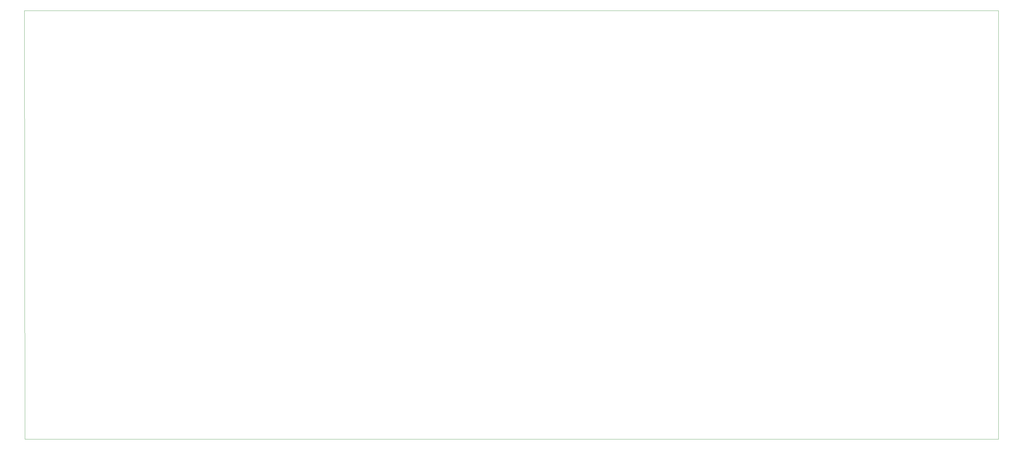
<source format=gm1>
%TF.GenerationSoftware,KiCad,Pcbnew,(5.1.7)-1*%
%TF.CreationDate,2021-03-15T08:37:38+01:00*%
%TF.ProjectId,SuperCap Small,53757065-7243-4617-9020-536d616c6c2e,rev?*%
%TF.SameCoordinates,Original*%
%TF.FileFunction,Profile,NP*%
%FSLAX46Y46*%
G04 Gerber Fmt 4.6, Leading zero omitted, Abs format (unit mm)*
G04 Created by KiCad (PCBNEW (5.1.7)-1) date 2021-03-15 08:37:38*
%MOMM*%
%LPD*%
G01*
G04 APERTURE LIST*
%TA.AperFunction,Profile*%
%ADD10C,0.050000*%
%TD*%
G04 APERTURE END LIST*
D10*
X406850000Y-62450000D02*
X111650000Y-62450000D01*
X406860000Y-192400000D02*
X406850000Y-62450000D01*
X111760000Y-192400000D02*
X406860000Y-192400000D01*
X111650000Y-62450000D02*
X111760000Y-192400000D01*
M02*

</source>
